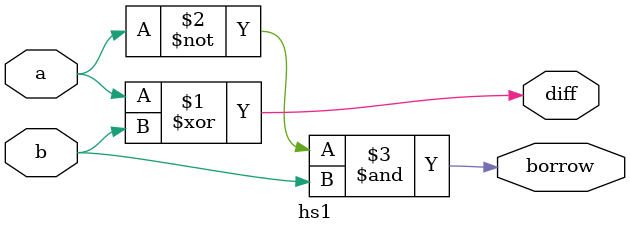
<source format=v>
`timescale 1ns / 1ps


module fa_using_hs(input a,b,c,output wire sum,carry );
wire o1,o2,o3,o4,o5,o6,o7,o8,o9,o10,o11;
hs1 u1(a,b,o1,o2);
hs1 u2(o1,c,sum,o3);
hs1 u3(a,1,o4,o5);
hs1 u4(o4,b,o6,o7);
hs1 u5(c,1,o8,o9);
hs1 u6(o8,o1,o10,o11);
or u7(carry,o7,o11);
endmodule
module hs1(input a,b,output wire diff,borrow);
assign diff=a^b;
assign borrow=~a&b;
endmodule 
</source>
